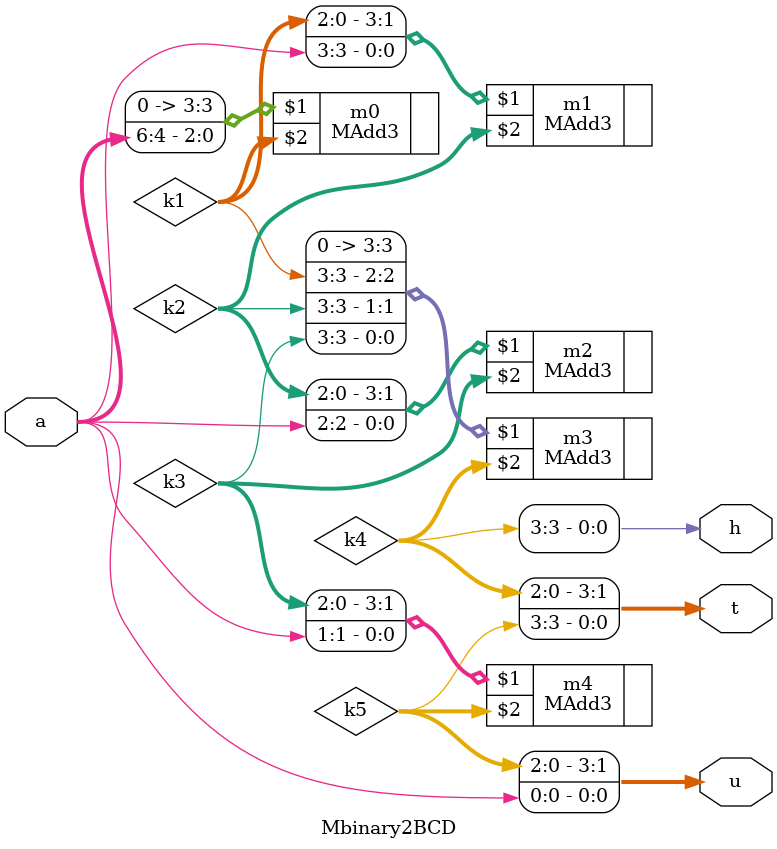
<source format=v>
module Mbinary2BCD (a, h, t, u);
	input [6:0] a;
	output h;
	output [3:0] t;
	output [3:0] u;
	
	wire [3:0] k1;
	wire [3:0] k2;
	wire [3:0] k3;
	wire [3:0] k4;
	wire [3:0] k5;	
	
MAdd3 m0 ({1'b0, a[6:4]}, k1);
MAdd3 m1 ({k1[2:0], a[3]}, k2);
MAdd3 m2 ({k2[2:0], a[2]}, k3);
MAdd3 m3 ({1'b0, k1[3], k2[3], k3[3]}, k4);
MAdd3 m4 ({k3[2:0], a[1]}, k5);
 
assign h = k4[3];
assign t = {k4[2], k4[1], k4[0], k5[3]};
assign u = {k5[2], k5[1], k5[0], a[0]};
	
endmodule 

</source>
